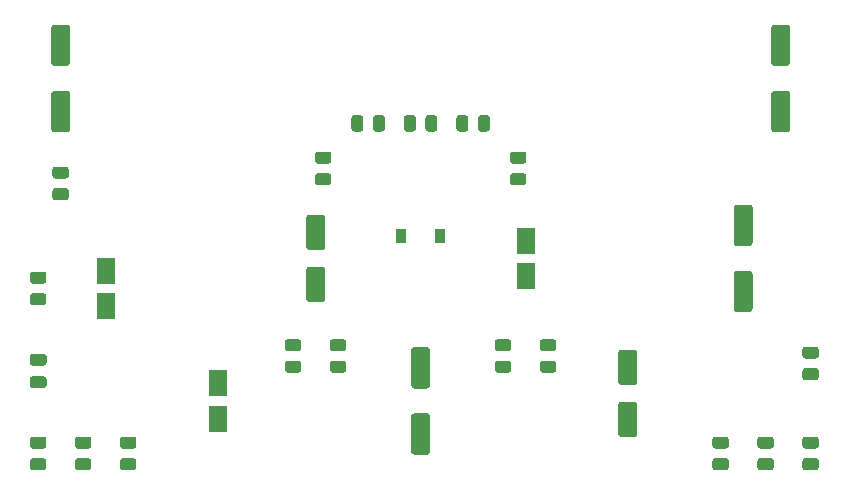
<source format=gbr>
G04 #@! TF.GenerationSoftware,KiCad,Pcbnew,(5.1.7)-1*
G04 #@! TF.CreationDate,2021-08-29T20:02:24-05:00*
G04 #@! TF.ProjectId,ConsolePedalShakeSMT,436f6e73-6f6c-4655-9065-64616c536861,rev?*
G04 #@! TF.SameCoordinates,Original*
G04 #@! TF.FileFunction,Paste,Top*
G04 #@! TF.FilePolarity,Positive*
%FSLAX46Y46*%
G04 Gerber Fmt 4.6, Leading zero omitted, Abs format (unit mm)*
G04 Created by KiCad (PCBNEW (5.1.7)-1) date 2021-08-29 20:02:24*
%MOMM*%
%LPD*%
G01*
G04 APERTURE LIST*
%ADD10R,1.600000X2.200000*%
%ADD11R,0.900000X1.200000*%
G04 APERTURE END LIST*
G04 #@! TO.C,C1*
G36*
G01*
X133265000Y-104360000D02*
X132165000Y-104360000D01*
G75*
G02*
X131915000Y-104110000I0J250000D01*
G01*
X131915000Y-101110000D01*
G75*
G02*
X132165000Y-100860000I250000J0D01*
G01*
X133265000Y-100860000D01*
G75*
G02*
X133515000Y-101110000I0J-250000D01*
G01*
X133515000Y-104110000D01*
G75*
G02*
X133265000Y-104360000I-250000J0D01*
G01*
G37*
G36*
G01*
X133265000Y-109960000D02*
X132165000Y-109960000D01*
G75*
G02*
X131915000Y-109710000I0J250000D01*
G01*
X131915000Y-106710000D01*
G75*
G02*
X132165000Y-106460000I250000J0D01*
G01*
X133265000Y-106460000D01*
G75*
G02*
X133515000Y-106710000I0J-250000D01*
G01*
X133515000Y-109710000D01*
G75*
G02*
X133265000Y-109960000I-250000J0D01*
G01*
G37*
G04 #@! TD*
D10*
G04 #@! TO.C,C2*
X106045000Y-97385000D03*
X106045000Y-94385000D03*
G04 #@! TD*
G04 #@! TO.C,C3*
G36*
G01*
X160570000Y-92295000D02*
X159470000Y-92295000D01*
G75*
G02*
X159220000Y-92045000I0J250000D01*
G01*
X159220000Y-89045000D01*
G75*
G02*
X159470000Y-88795000I250000J0D01*
G01*
X160570000Y-88795000D01*
G75*
G02*
X160820000Y-89045000I0J-250000D01*
G01*
X160820000Y-92045000D01*
G75*
G02*
X160570000Y-92295000I-250000J0D01*
G01*
G37*
G36*
G01*
X160570000Y-97895000D02*
X159470000Y-97895000D01*
G75*
G02*
X159220000Y-97645000I0J250000D01*
G01*
X159220000Y-94645000D01*
G75*
G02*
X159470000Y-94395000I250000J0D01*
G01*
X160570000Y-94395000D01*
G75*
G02*
X160820000Y-94645000I0J-250000D01*
G01*
X160820000Y-97645000D01*
G75*
G02*
X160570000Y-97895000I-250000J0D01*
G01*
G37*
G04 #@! TD*
G04 #@! TO.C,C4*
X115570000Y-103910000D03*
X115570000Y-106910000D03*
G04 #@! TD*
G04 #@! TO.C,C5*
G36*
G01*
X99855000Y-101420000D02*
X100805000Y-101420000D01*
G75*
G02*
X101055000Y-101670000I0J-250000D01*
G01*
X101055000Y-102170000D01*
G75*
G02*
X100805000Y-102420000I-250000J0D01*
G01*
X99855000Y-102420000D01*
G75*
G02*
X99605000Y-102170000I0J250000D01*
G01*
X99605000Y-101670000D01*
G75*
G02*
X99855000Y-101420000I250000J0D01*
G01*
G37*
G36*
G01*
X99855000Y-103320000D02*
X100805000Y-103320000D01*
G75*
G02*
X101055000Y-103570000I0J-250000D01*
G01*
X101055000Y-104070000D01*
G75*
G02*
X100805000Y-104320000I-250000J0D01*
G01*
X99855000Y-104320000D01*
G75*
G02*
X99605000Y-104070000I0J250000D01*
G01*
X99605000Y-103570000D01*
G75*
G02*
X99855000Y-103320000I250000J0D01*
G01*
G37*
G04 #@! TD*
G04 #@! TO.C,C6*
G36*
G01*
X149700000Y-101075000D02*
X150800000Y-101075000D01*
G75*
G02*
X151050000Y-101325000I0J-250000D01*
G01*
X151050000Y-103825000D01*
G75*
G02*
X150800000Y-104075000I-250000J0D01*
G01*
X149700000Y-104075000D01*
G75*
G02*
X149450000Y-103825000I0J250000D01*
G01*
X149450000Y-101325000D01*
G75*
G02*
X149700000Y-101075000I250000J0D01*
G01*
G37*
G36*
G01*
X149700000Y-105475000D02*
X150800000Y-105475000D01*
G75*
G02*
X151050000Y-105725000I0J-250000D01*
G01*
X151050000Y-108225000D01*
G75*
G02*
X150800000Y-108475000I-250000J0D01*
G01*
X149700000Y-108475000D01*
G75*
G02*
X149450000Y-108225000I0J250000D01*
G01*
X149450000Y-105725000D01*
G75*
G02*
X149700000Y-105475000I250000J0D01*
G01*
G37*
G04 #@! TD*
G04 #@! TO.C,C7*
X141605000Y-94845000D03*
X141605000Y-91845000D03*
G04 #@! TD*
G04 #@! TO.C,C8*
G36*
G01*
X102785000Y-82655000D02*
X101685000Y-82655000D01*
G75*
G02*
X101435000Y-82405000I0J250000D01*
G01*
X101435000Y-79405000D01*
G75*
G02*
X101685000Y-79155000I250000J0D01*
G01*
X102785000Y-79155000D01*
G75*
G02*
X103035000Y-79405000I0J-250000D01*
G01*
X103035000Y-82405000D01*
G75*
G02*
X102785000Y-82655000I-250000J0D01*
G01*
G37*
G36*
G01*
X102785000Y-77055000D02*
X101685000Y-77055000D01*
G75*
G02*
X101435000Y-76805000I0J250000D01*
G01*
X101435000Y-73805000D01*
G75*
G02*
X101685000Y-73555000I250000J0D01*
G01*
X102785000Y-73555000D01*
G75*
G02*
X103035000Y-73805000I0J-250000D01*
G01*
X103035000Y-76805000D01*
G75*
G02*
X102785000Y-77055000I-250000J0D01*
G01*
G37*
G04 #@! TD*
G04 #@! TO.C,C9*
G36*
G01*
X124375000Y-92645000D02*
X123275000Y-92645000D01*
G75*
G02*
X123025000Y-92395000I0J250000D01*
G01*
X123025000Y-89895000D01*
G75*
G02*
X123275000Y-89645000I250000J0D01*
G01*
X124375000Y-89645000D01*
G75*
G02*
X124625000Y-89895000I0J-250000D01*
G01*
X124625000Y-92395000D01*
G75*
G02*
X124375000Y-92645000I-250000J0D01*
G01*
G37*
G36*
G01*
X124375000Y-97045000D02*
X123275000Y-97045000D01*
G75*
G02*
X123025000Y-96795000I0J250000D01*
G01*
X123025000Y-94295000D01*
G75*
G02*
X123275000Y-94045000I250000J0D01*
G01*
X124375000Y-94045000D01*
G75*
G02*
X124625000Y-94295000I0J-250000D01*
G01*
X124625000Y-96795000D01*
G75*
G02*
X124375000Y-97045000I-250000J0D01*
G01*
G37*
G04 #@! TD*
G04 #@! TO.C,C10*
G36*
G01*
X163745000Y-82655000D02*
X162645000Y-82655000D01*
G75*
G02*
X162395000Y-82405000I0J250000D01*
G01*
X162395000Y-79405000D01*
G75*
G02*
X162645000Y-79155000I250000J0D01*
G01*
X163745000Y-79155000D01*
G75*
G02*
X163995000Y-79405000I0J-250000D01*
G01*
X163995000Y-82405000D01*
G75*
G02*
X163745000Y-82655000I-250000J0D01*
G01*
G37*
G36*
G01*
X163745000Y-77055000D02*
X162645000Y-77055000D01*
G75*
G02*
X162395000Y-76805000I0J250000D01*
G01*
X162395000Y-73805000D01*
G75*
G02*
X162645000Y-73555000I250000J0D01*
G01*
X163745000Y-73555000D01*
G75*
G02*
X163995000Y-73805000I0J-250000D01*
G01*
X163995000Y-76805000D01*
G75*
G02*
X163745000Y-77055000I-250000J0D01*
G01*
G37*
G04 #@! TD*
D11*
G04 #@! TO.C,D4*
X134365000Y-91440000D03*
X131065000Y-91440000D03*
G04 #@! TD*
G04 #@! TO.C,R1*
G36*
G01*
X103689999Y-110255000D02*
X104590001Y-110255000D01*
G75*
G02*
X104840000Y-110504999I0J-249999D01*
G01*
X104840000Y-111030001D01*
G75*
G02*
X104590001Y-111280000I-249999J0D01*
G01*
X103689999Y-111280000D01*
G75*
G02*
X103440000Y-111030001I0J249999D01*
G01*
X103440000Y-110504999D01*
G75*
G02*
X103689999Y-110255000I249999J0D01*
G01*
G37*
G36*
G01*
X103689999Y-108430000D02*
X104590001Y-108430000D01*
G75*
G02*
X104840000Y-108679999I0J-249999D01*
G01*
X104840000Y-109205001D01*
G75*
G02*
X104590001Y-109455000I-249999J0D01*
G01*
X103689999Y-109455000D01*
G75*
G02*
X103440000Y-109205001I0J249999D01*
G01*
X103440000Y-108679999D01*
G75*
G02*
X103689999Y-108430000I249999J0D01*
G01*
G37*
G04 #@! TD*
G04 #@! TO.C,R2*
G36*
G01*
X108400001Y-111280000D02*
X107499999Y-111280000D01*
G75*
G02*
X107250000Y-111030001I0J249999D01*
G01*
X107250000Y-110504999D01*
G75*
G02*
X107499999Y-110255000I249999J0D01*
G01*
X108400001Y-110255000D01*
G75*
G02*
X108650000Y-110504999I0J-249999D01*
G01*
X108650000Y-111030001D01*
G75*
G02*
X108400001Y-111280000I-249999J0D01*
G01*
G37*
G36*
G01*
X108400001Y-109455000D02*
X107499999Y-109455000D01*
G75*
G02*
X107250000Y-109205001I0J249999D01*
G01*
X107250000Y-108679999D01*
G75*
G02*
X107499999Y-108430000I249999J0D01*
G01*
X108400001Y-108430000D01*
G75*
G02*
X108650000Y-108679999I0J-249999D01*
G01*
X108650000Y-109205001D01*
G75*
G02*
X108400001Y-109455000I-249999J0D01*
G01*
G37*
G04 #@! TD*
G04 #@! TO.C,R3*
G36*
G01*
X99879999Y-94460000D02*
X100780001Y-94460000D01*
G75*
G02*
X101030000Y-94709999I0J-249999D01*
G01*
X101030000Y-95235001D01*
G75*
G02*
X100780001Y-95485000I-249999J0D01*
G01*
X99879999Y-95485000D01*
G75*
G02*
X99630000Y-95235001I0J249999D01*
G01*
X99630000Y-94709999D01*
G75*
G02*
X99879999Y-94460000I249999J0D01*
G01*
G37*
G36*
G01*
X99879999Y-96285000D02*
X100780001Y-96285000D01*
G75*
G02*
X101030000Y-96534999I0J-249999D01*
G01*
X101030000Y-97060001D01*
G75*
G02*
X100780001Y-97310000I-249999J0D01*
G01*
X99879999Y-97310000D01*
G75*
G02*
X99630000Y-97060001I0J249999D01*
G01*
X99630000Y-96534999D01*
G75*
G02*
X99879999Y-96285000I249999J0D01*
G01*
G37*
G04 #@! TD*
G04 #@! TO.C,R4*
G36*
G01*
X121469999Y-102000000D02*
X122370001Y-102000000D01*
G75*
G02*
X122620000Y-102249999I0J-249999D01*
G01*
X122620000Y-102775001D01*
G75*
G02*
X122370001Y-103025000I-249999J0D01*
G01*
X121469999Y-103025000D01*
G75*
G02*
X121220000Y-102775001I0J249999D01*
G01*
X121220000Y-102249999D01*
G75*
G02*
X121469999Y-102000000I249999J0D01*
G01*
G37*
G36*
G01*
X121469999Y-100175000D02*
X122370001Y-100175000D01*
G75*
G02*
X122620000Y-100424999I0J-249999D01*
G01*
X122620000Y-100950001D01*
G75*
G02*
X122370001Y-101200000I-249999J0D01*
G01*
X121469999Y-101200000D01*
G75*
G02*
X121220000Y-100950001I0J249999D01*
G01*
X121220000Y-100424999D01*
G75*
G02*
X121469999Y-100175000I249999J0D01*
G01*
G37*
G04 #@! TD*
G04 #@! TO.C,R5*
G36*
G01*
X143059999Y-100175000D02*
X143960001Y-100175000D01*
G75*
G02*
X144210000Y-100424999I0J-249999D01*
G01*
X144210000Y-100950001D01*
G75*
G02*
X143960001Y-101200000I-249999J0D01*
G01*
X143059999Y-101200000D01*
G75*
G02*
X142810000Y-100950001I0J249999D01*
G01*
X142810000Y-100424999D01*
G75*
G02*
X143059999Y-100175000I249999J0D01*
G01*
G37*
G36*
G01*
X143059999Y-102000000D02*
X143960001Y-102000000D01*
G75*
G02*
X144210000Y-102249999I0J-249999D01*
G01*
X144210000Y-102775001D01*
G75*
G02*
X143960001Y-103025000I-249999J0D01*
G01*
X143059999Y-103025000D01*
G75*
G02*
X142810000Y-102775001I0J249999D01*
G01*
X142810000Y-102249999D01*
G75*
G02*
X143059999Y-102000000I249999J0D01*
G01*
G37*
G04 #@! TD*
G04 #@! TO.C,R6*
G36*
G01*
X140150001Y-101200000D02*
X139249999Y-101200000D01*
G75*
G02*
X139000000Y-100950001I0J249999D01*
G01*
X139000000Y-100424999D01*
G75*
G02*
X139249999Y-100175000I249999J0D01*
G01*
X140150001Y-100175000D01*
G75*
G02*
X140400000Y-100424999I0J-249999D01*
G01*
X140400000Y-100950001D01*
G75*
G02*
X140150001Y-101200000I-249999J0D01*
G01*
G37*
G36*
G01*
X140150001Y-103025000D02*
X139249999Y-103025000D01*
G75*
G02*
X139000000Y-102775001I0J249999D01*
G01*
X139000000Y-102249999D01*
G75*
G02*
X139249999Y-102000000I249999J0D01*
G01*
X140150001Y-102000000D01*
G75*
G02*
X140400000Y-102249999I0J-249999D01*
G01*
X140400000Y-102775001D01*
G75*
G02*
X140150001Y-103025000I-249999J0D01*
G01*
G37*
G04 #@! TD*
G04 #@! TO.C,R7*
G36*
G01*
X126180001Y-103025000D02*
X125279999Y-103025000D01*
G75*
G02*
X125030000Y-102775001I0J249999D01*
G01*
X125030000Y-102249999D01*
G75*
G02*
X125279999Y-102000000I249999J0D01*
G01*
X126180001Y-102000000D01*
G75*
G02*
X126430000Y-102249999I0J-249999D01*
G01*
X126430000Y-102775001D01*
G75*
G02*
X126180001Y-103025000I-249999J0D01*
G01*
G37*
G36*
G01*
X126180001Y-101200000D02*
X125279999Y-101200000D01*
G75*
G02*
X125030000Y-100950001I0J249999D01*
G01*
X125030000Y-100424999D01*
G75*
G02*
X125279999Y-100175000I249999J0D01*
G01*
X126180001Y-100175000D01*
G75*
G02*
X126430000Y-100424999I0J-249999D01*
G01*
X126430000Y-100950001D01*
G75*
G02*
X126180001Y-101200000I-249999J0D01*
G01*
G37*
G04 #@! TD*
G04 #@! TO.C,R8*
G36*
G01*
X162375001Y-109455000D02*
X161474999Y-109455000D01*
G75*
G02*
X161225000Y-109205001I0J249999D01*
G01*
X161225000Y-108679999D01*
G75*
G02*
X161474999Y-108430000I249999J0D01*
G01*
X162375001Y-108430000D01*
G75*
G02*
X162625000Y-108679999I0J-249999D01*
G01*
X162625000Y-109205001D01*
G75*
G02*
X162375001Y-109455000I-249999J0D01*
G01*
G37*
G36*
G01*
X162375001Y-111280000D02*
X161474999Y-111280000D01*
G75*
G02*
X161225000Y-111030001I0J249999D01*
G01*
X161225000Y-110504999D01*
G75*
G02*
X161474999Y-110255000I249999J0D01*
G01*
X162375001Y-110255000D01*
G75*
G02*
X162625000Y-110504999I0J-249999D01*
G01*
X162625000Y-111030001D01*
G75*
G02*
X162375001Y-111280000I-249999J0D01*
G01*
G37*
G04 #@! TD*
G04 #@! TO.C,R9*
G36*
G01*
X124910001Y-87150000D02*
X124009999Y-87150000D01*
G75*
G02*
X123760000Y-86900001I0J249999D01*
G01*
X123760000Y-86374999D01*
G75*
G02*
X124009999Y-86125000I249999J0D01*
G01*
X124910001Y-86125000D01*
G75*
G02*
X125160000Y-86374999I0J-249999D01*
G01*
X125160000Y-86900001D01*
G75*
G02*
X124910001Y-87150000I-249999J0D01*
G01*
G37*
G36*
G01*
X124910001Y-85325000D02*
X124009999Y-85325000D01*
G75*
G02*
X123760000Y-85075001I0J249999D01*
G01*
X123760000Y-84549999D01*
G75*
G02*
X124009999Y-84300000I249999J0D01*
G01*
X124910001Y-84300000D01*
G75*
G02*
X125160000Y-84549999I0J-249999D01*
G01*
X125160000Y-85075001D01*
G75*
G02*
X124910001Y-85325000I-249999J0D01*
G01*
G37*
G04 #@! TD*
G04 #@! TO.C,R10*
G36*
G01*
X133115000Y-82365001D02*
X133115000Y-81464999D01*
G75*
G02*
X133364999Y-81215000I249999J0D01*
G01*
X133890001Y-81215000D01*
G75*
G02*
X134140000Y-81464999I0J-249999D01*
G01*
X134140000Y-82365001D01*
G75*
G02*
X133890001Y-82615000I-249999J0D01*
G01*
X133364999Y-82615000D01*
G75*
G02*
X133115000Y-82365001I0J249999D01*
G01*
G37*
G36*
G01*
X131290000Y-82365001D02*
X131290000Y-81464999D01*
G75*
G02*
X131539999Y-81215000I249999J0D01*
G01*
X132065001Y-81215000D01*
G75*
G02*
X132315000Y-81464999I0J-249999D01*
G01*
X132315000Y-82365001D01*
G75*
G02*
X132065001Y-82615000I-249999J0D01*
G01*
X131539999Y-82615000D01*
G75*
G02*
X131290000Y-82365001I0J249999D01*
G01*
G37*
G04 #@! TD*
G04 #@! TO.C,R11*
G36*
G01*
X127870000Y-81464999D02*
X127870000Y-82365001D01*
G75*
G02*
X127620001Y-82615000I-249999J0D01*
G01*
X127094999Y-82615000D01*
G75*
G02*
X126845000Y-82365001I0J249999D01*
G01*
X126845000Y-81464999D01*
G75*
G02*
X127094999Y-81215000I249999J0D01*
G01*
X127620001Y-81215000D01*
G75*
G02*
X127870000Y-81464999I0J-249999D01*
G01*
G37*
G36*
G01*
X129695000Y-81464999D02*
X129695000Y-82365001D01*
G75*
G02*
X129445001Y-82615000I-249999J0D01*
G01*
X128919999Y-82615000D01*
G75*
G02*
X128670000Y-82365001I0J249999D01*
G01*
X128670000Y-81464999D01*
G75*
G02*
X128919999Y-81215000I249999J0D01*
G01*
X129445001Y-81215000D01*
G75*
G02*
X129695000Y-81464999I0J-249999D01*
G01*
G37*
G04 #@! TD*
G04 #@! TO.C,R12*
G36*
G01*
X101784999Y-85570000D02*
X102685001Y-85570000D01*
G75*
G02*
X102935000Y-85819999I0J-249999D01*
G01*
X102935000Y-86345001D01*
G75*
G02*
X102685001Y-86595000I-249999J0D01*
G01*
X101784999Y-86595000D01*
G75*
G02*
X101535000Y-86345001I0J249999D01*
G01*
X101535000Y-85819999D01*
G75*
G02*
X101784999Y-85570000I249999J0D01*
G01*
G37*
G36*
G01*
X101784999Y-87395000D02*
X102685001Y-87395000D01*
G75*
G02*
X102935000Y-87644999I0J-249999D01*
G01*
X102935000Y-88170001D01*
G75*
G02*
X102685001Y-88420000I-249999J0D01*
G01*
X101784999Y-88420000D01*
G75*
G02*
X101535000Y-88170001I0J249999D01*
G01*
X101535000Y-87644999D01*
G75*
G02*
X101784999Y-87395000I249999J0D01*
G01*
G37*
G04 #@! TD*
G04 #@! TO.C,R13*
G36*
G01*
X140519999Y-86125000D02*
X141420001Y-86125000D01*
G75*
G02*
X141670000Y-86374999I0J-249999D01*
G01*
X141670000Y-86900001D01*
G75*
G02*
X141420001Y-87150000I-249999J0D01*
G01*
X140519999Y-87150000D01*
G75*
G02*
X140270000Y-86900001I0J249999D01*
G01*
X140270000Y-86374999D01*
G75*
G02*
X140519999Y-86125000I249999J0D01*
G01*
G37*
G36*
G01*
X140519999Y-84300000D02*
X141420001Y-84300000D01*
G75*
G02*
X141670000Y-84549999I0J-249999D01*
G01*
X141670000Y-85075001D01*
G75*
G02*
X141420001Y-85325000I-249999J0D01*
G01*
X140519999Y-85325000D01*
G75*
G02*
X140270000Y-85075001I0J249999D01*
G01*
X140270000Y-84549999D01*
G75*
G02*
X140519999Y-84300000I249999J0D01*
G01*
G37*
G04 #@! TD*
G04 #@! TO.C,R14*
G36*
G01*
X135735000Y-82365001D02*
X135735000Y-81464999D01*
G75*
G02*
X135984999Y-81215000I249999J0D01*
G01*
X136510001Y-81215000D01*
G75*
G02*
X136760000Y-81464999I0J-249999D01*
G01*
X136760000Y-82365001D01*
G75*
G02*
X136510001Y-82615000I-249999J0D01*
G01*
X135984999Y-82615000D01*
G75*
G02*
X135735000Y-82365001I0J249999D01*
G01*
G37*
G36*
G01*
X137560000Y-82365001D02*
X137560000Y-81464999D01*
G75*
G02*
X137809999Y-81215000I249999J0D01*
G01*
X138335001Y-81215000D01*
G75*
G02*
X138585000Y-81464999I0J-249999D01*
G01*
X138585000Y-82365001D01*
G75*
G02*
X138335001Y-82615000I-249999J0D01*
G01*
X137809999Y-82615000D01*
G75*
G02*
X137560000Y-82365001I0J249999D01*
G01*
G37*
G04 #@! TD*
G04 #@! TO.C,R15*
G36*
G01*
X165284999Y-102635000D02*
X166185001Y-102635000D01*
G75*
G02*
X166435000Y-102884999I0J-249999D01*
G01*
X166435000Y-103410001D01*
G75*
G02*
X166185001Y-103660000I-249999J0D01*
G01*
X165284999Y-103660000D01*
G75*
G02*
X165035000Y-103410001I0J249999D01*
G01*
X165035000Y-102884999D01*
G75*
G02*
X165284999Y-102635000I249999J0D01*
G01*
G37*
G36*
G01*
X165284999Y-100810000D02*
X166185001Y-100810000D01*
G75*
G02*
X166435000Y-101059999I0J-249999D01*
G01*
X166435000Y-101585001D01*
G75*
G02*
X166185001Y-101835000I-249999J0D01*
G01*
X165284999Y-101835000D01*
G75*
G02*
X165035000Y-101585001I0J249999D01*
G01*
X165035000Y-101059999D01*
G75*
G02*
X165284999Y-100810000I249999J0D01*
G01*
G37*
G04 #@! TD*
G04 #@! TO.C,R16*
G36*
G01*
X165284999Y-108430000D02*
X166185001Y-108430000D01*
G75*
G02*
X166435000Y-108679999I0J-249999D01*
G01*
X166435000Y-109205001D01*
G75*
G02*
X166185001Y-109455000I-249999J0D01*
G01*
X165284999Y-109455000D01*
G75*
G02*
X165035000Y-109205001I0J249999D01*
G01*
X165035000Y-108679999D01*
G75*
G02*
X165284999Y-108430000I249999J0D01*
G01*
G37*
G36*
G01*
X165284999Y-110255000D02*
X166185001Y-110255000D01*
G75*
G02*
X166435000Y-110504999I0J-249999D01*
G01*
X166435000Y-111030001D01*
G75*
G02*
X166185001Y-111280000I-249999J0D01*
G01*
X165284999Y-111280000D01*
G75*
G02*
X165035000Y-111030001I0J249999D01*
G01*
X165035000Y-110504999D01*
G75*
G02*
X165284999Y-110255000I249999J0D01*
G01*
G37*
G04 #@! TD*
G04 #@! TO.C,R17*
G36*
G01*
X158565001Y-111280000D02*
X157664999Y-111280000D01*
G75*
G02*
X157415000Y-111030001I0J249999D01*
G01*
X157415000Y-110504999D01*
G75*
G02*
X157664999Y-110255000I249999J0D01*
G01*
X158565001Y-110255000D01*
G75*
G02*
X158815000Y-110504999I0J-249999D01*
G01*
X158815000Y-111030001D01*
G75*
G02*
X158565001Y-111280000I-249999J0D01*
G01*
G37*
G36*
G01*
X158565001Y-109455000D02*
X157664999Y-109455000D01*
G75*
G02*
X157415000Y-109205001I0J249999D01*
G01*
X157415000Y-108679999D01*
G75*
G02*
X157664999Y-108430000I249999J0D01*
G01*
X158565001Y-108430000D01*
G75*
G02*
X158815000Y-108679999I0J-249999D01*
G01*
X158815000Y-109205001D01*
G75*
G02*
X158565001Y-109455000I-249999J0D01*
G01*
G37*
G04 #@! TD*
G04 #@! TO.C,R18*
G36*
G01*
X99879999Y-110255000D02*
X100780001Y-110255000D01*
G75*
G02*
X101030000Y-110504999I0J-249999D01*
G01*
X101030000Y-111030001D01*
G75*
G02*
X100780001Y-111280000I-249999J0D01*
G01*
X99879999Y-111280000D01*
G75*
G02*
X99630000Y-111030001I0J249999D01*
G01*
X99630000Y-110504999D01*
G75*
G02*
X99879999Y-110255000I249999J0D01*
G01*
G37*
G36*
G01*
X99879999Y-108430000D02*
X100780001Y-108430000D01*
G75*
G02*
X101030000Y-108679999I0J-249999D01*
G01*
X101030000Y-109205001D01*
G75*
G02*
X100780001Y-109455000I-249999J0D01*
G01*
X99879999Y-109455000D01*
G75*
G02*
X99630000Y-109205001I0J249999D01*
G01*
X99630000Y-108679999D01*
G75*
G02*
X99879999Y-108430000I249999J0D01*
G01*
G37*
G04 #@! TD*
M02*

</source>
